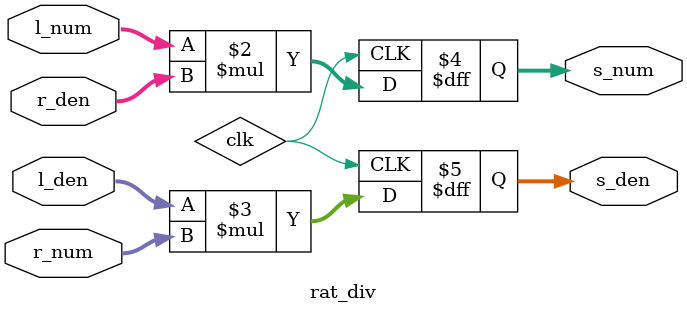
<source format=v>

module rat_div #(parameter WIDTH=32) (
        // DATA IN
        input [WIDTH-1:0] l_num,
        input [WIDTH-1:0] l_den,
        input [WIDTH-1:0] r_num,
        input [WIDTH-1:0] r_den,
        // DATA OUT
        output reg [WIDTH-1:0] s_num,
        output reg [WIDTH-1:0] s_den
    );

    always @(posedge clk) begin
        s_num <= l_num * r_den;
        s_den <= l_den * r_num;
    end

endmodule

</source>
